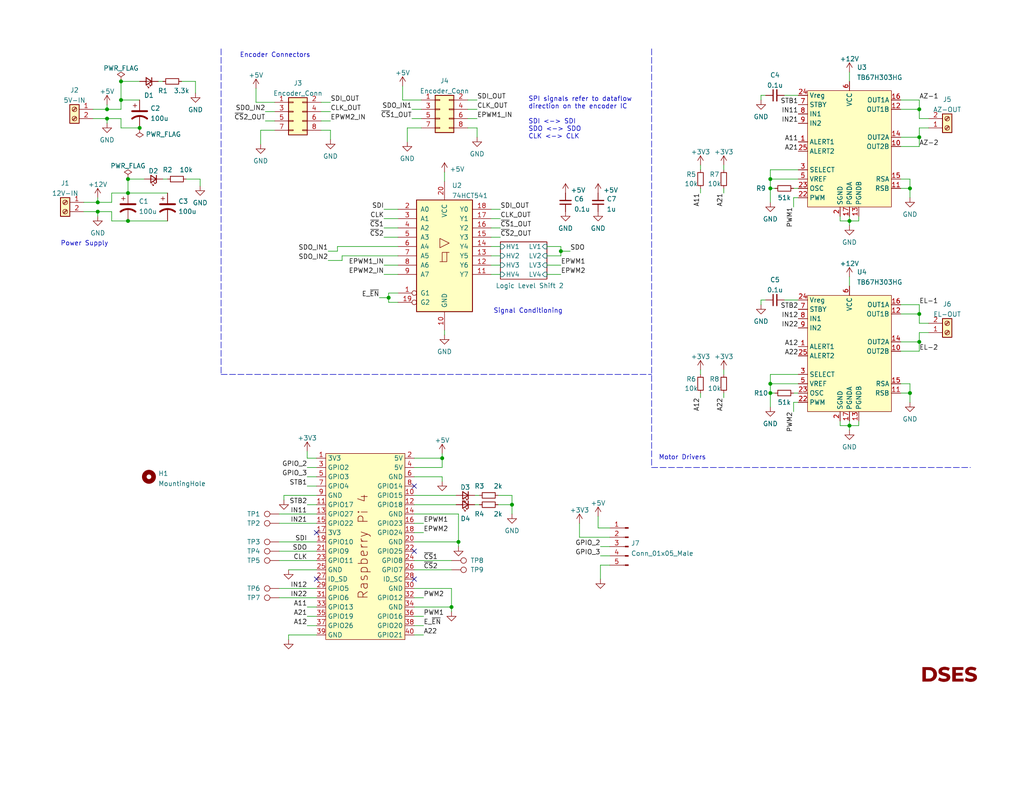
<source format=kicad_sch>
(kicad_sch (version 20211123) (generator eeschema)
  (paper "USLetter")
  (title_block (title "Interferometer Dish Controller") (date "2022-01-16") (rev "1") (company "Deep Space Exploration Society") (comment 1 "Designed by Hans Gaensbauer"))
  (lib_symbols
    (symbol "74xx:74HCT541" (pin_names (offset 1.016))
      (property "Reference" "U" (at -7.62 16.51 0))
      (property "Value" "74HCT541" (at -7.62 -16.51 0))
      (symbol "74HCT541_1_0"
        (pin input inverted (at -12.7 -10.16 0) (length 5.08) (name "G1") (number "1"))
        (pin power_in line (at 0 -20.32 90) (length 5.08) (name "GND") (number "10"))
        (pin tri_state line (at 12.7 -5.08 180) (length 5.08) (name "Y7") (number "11"))
        (pin tri_state line (at 12.7 -2.54 180) (length 5.08) (name "Y6") (number "12"))
        (pin tri_state line (at 12.7 0 180) (length 5.08) (name "Y5") (number "13"))
        (pin tri_state line (at 12.7 2.54 180) (length 5.08) (name "Y4") (number "14"))
        (pin tri_state line (at 12.7 5.08 180) (length 5.08) (name "Y3") (number "15"))
        (pin tri_state line (at 12.7 7.62 180) (length 5.08) (name "Y2") (number "16"))
        (pin tri_state line (at 12.7 10.16 180) (length 5.08) (name "Y1") (number "17"))
        (pin tri_state line (at 12.7 12.7 180) (length 5.08) (name "Y0") (number "18"))
        (pin input inverted (at -12.7 -12.7 0) (length 5.08) (name "G2") (number "19"))
        (pin input line (at -12.7 12.7 0) (length 5.08) (name "A0") (number "2"))
        (pin power_in line (at 0 20.32 270) (length 5.08) (name "VCC") (number "20"))
        (pin input line (at -12.7 10.16 0) (length 5.08) (name "A1") (number "3"))
        (pin input line (at -12.7 7.62 0) (length 5.08) (name "A2") (number "4"))
        (pin input line (at -12.7 5.08 0) (length 5.08) (name "A3") (number "5"))
        (pin input line (at -12.7 2.54 0) (length 5.08) (name "A4") (number "6"))
        (pin input line (at -12.7 0 0) (length 5.08) (name "A5") (number "7"))
        (pin input line (at -12.7 -2.54 0) (length 5.08) (name "A6") (number "8"))
        (pin input line (at -12.7 -5.08 0) (length 5.08) (name "A7") (number "9"))
      )
    )
    (symbol "Connector:Conn_01x05_Male" (pin_names (offset 1.016) hide)
      (property "Reference" "J" (at 0 7.62 0))
      (property "Value" "Conn_01x05_Male" (at 0 -7.62 0))
      (symbol "Conn_01x05_Male_1_1"
        (pin passive line (at 5.08 5.08 180) (length 3.81) (name "Pin_1") (number "1"))
        (pin passive line (at 5.08 2.54 180) (length 3.81) (name "Pin_2") (number "2"))
        (pin passive line (at 5.08 0 180) (length 3.81) (name "Pin_3") (number "3"))
        (pin passive line (at 5.08 -2.54 180) (length 3.81) (name "Pin_4") (number "4"))
        (pin passive line (at 5.08 -5.08 180) (length 3.81) (name "Pin_5") (number "5"))
      )
    )
    (symbol "Connector:Screw_Terminal_01x02" (pin_names (offset 1.016) hide)
      (property "Reference" "J" (at 0 2.54 0))
      (property "Value" "Screw_Terminal_01x02" (at 0 -5.08 0))
      (symbol "Screw_Terminal_01x02_1_1"
        (pin passive line (at -5.08 0 0) (length 3.81) (name "Pin_1") (number "1"))
        (pin passive line (at -5.08 -2.54 0) (length 3.81) (name "Pin_2") (number "2"))
      )
    )
    (symbol "Connector:TestPoint" (pin_numbers hide) (pin_names (offset 0.762) hide)
      (property "Reference" "TP" (at 0 6.858 0))
      (property "Value" "TestPoint" (at 0 5.08 0))
      (symbol "TestPoint_1_1"
        (pin passive line (at 0 0 90) (length 2.54) (name "1") (number "1"))
      )
    )
    (symbol "Connector_Generic:Conn_02x04_Odd_Even" (pin_names (offset 1.016) hide)
      (property "Reference" "J" (at 1.27 5.08 0))
      (property "Value" "Conn_02x04_Odd_Even" (at 1.27 -7.62 0))
      (symbol "Conn_02x04_Odd_Even_1_1"
        (pin passive line (at -5.08 2.54 0) (length 3.81) (name "Pin_1") (number "1"))
        (pin passive line (at 7.62 2.54 180) (length 3.81) (name "Pin_2") (number "2"))
        (pin passive line (at -5.08 0 0) (length 3.81) (name "Pin_3") (number "3"))
        (pin passive line (at 7.62 0 180) (length 3.81) (name "Pin_4") (number "4"))
        (pin passive line (at -5.08 -2.54 0) (length 3.81) (name "Pin_5") (number "5"))
        (pin passive line (at 7.62 -2.54 180) (length 3.81) (name "Pin_6") (number "6"))
        (pin passive line (at -5.08 -5.08 0) (length 3.81) (name "Pin_7") (number "7"))
        (pin passive line (at 7.62 -5.08 180) (length 3.81) (name "Pin_8") (number "8"))
      )
    )
    (symbol "Device:C_Polarized_US" (pin_numbers hide) (pin_names (offset 0.254) hide)
      (property "Reference" "C" (at 0.635 2.54 0))
      (property "Value" "C_Polarized_US" (at 0.635 -2.54 0))
      (symbol "C_Polarized_US_1_1"
        (pin passive line (at 0 3.81 270) (length 2.794) (name "~") (number "1"))
        (pin passive line (at 0 -3.81 90) (length 3.302) (name "~") (number "2"))
      )
    )
    (symbol "Device:C_Small" (pin_numbers hide) (pin_names (offset 0.254) hide)
      (property "Reference" "C" (at 0.254 1.778 0))
      (property "Value" "C_Small" (at 0.254 -2.032 0))
      (symbol "C_Small_1_1"
        (pin passive line (at 0 2.54 270) (length 2.032) (name "~") (number "1"))
        (pin passive line (at 0 -2.54 90) (length 2.032) (name "~") (number "2"))
      )
    )
    (symbol "Device:LED_Small" (pin_numbers hide) (pin_names (offset 0.254) hide)
      (property "Reference" "D" (at -1.27 3.175 0))
      (property "Value" "LED_Small" (at -4.445 -2.54 0))
      (symbol "LED_Small_1_1"
        (pin passive line (at -2.54 0 0) (length 1.778) (name "K") (number "1"))
        (pin passive line (at 2.54 0 180) (length 1.778) (name "A") (number "2"))
      )
    )
    (symbol "Device:R_Small" (pin_numbers hide) (pin_names (offset 0.254) hide)
      (property "Reference" "R" (at 0.762 0.508 0))
      (property "Value" "R_Small" (at 0.762 -1.016 0))
      (symbol "R_Small_1_1"
        (pin passive line (at 0 2.54 270) (length 0.762) (name "~") (number "1"))
        (pin passive line (at 0 -2.54 90) (length 0.762) (name "~") (number "2"))
      )
    )
    (symbol "Mechanical:MountingHole" (pin_names (offset 1.016))
      (property "Reference" "H" (at 0 5.08 0))
      (property "Value" "MountingHole" (at 0 3.175 0))
    )
    (symbol "interferometer:DSES-Logo" (pin_names (offset 1.016)))
    (symbol "interferometer:TB67H303HG"
      (property "Reference" "U" (at 11.43 -16.51 0))
      (property "Value" "TB67H303HG" (at 11.43 -16.51 0))
      (symbol "TB67H303HG_1_1"
        (pin open_collector line (at -13.97 2.54 0) (length 2.54) (name "ALERT1") (number "1"))
        (pin passive line (at 13.97 1.27 180) (length 2.54) (name "OUT2B") (number "10"))
        (pin input line (at 13.97 -10.16 180) (length 2.54) (name "RSB") (number "11"))
        (pin passive line (at 13.97 11.43 180) (length 2.54) (name "OUT1B") (number "12"))
        (pin power_in line (at 2.54 -17.78 90) (length 2.54) (name "PGNDB") (number "13"))
        (pin output line (at 13.97 3.81 180) (length 2.54) (name "OUT2A") (number "14"))
        (pin input line (at 13.97 -7.62 180) (length 2.54) (name "RSA") (number "15"))
        (pin output line (at 13.97 13.97 180) (length 2.54) (name "OUT1A") (number "16"))
        (pin power_in line (at 0 -17.78 90) (length 2.54) (name "PGNDA") (number "17"))
        (pin passive line (at -2.54 -17.78 180) (length 0) hide (name "TEST2") (number "18"))
        (pin passive line (at -2.54 -17.78 180) (length 0) hide (name "TEST3") (number "19"))
        (pin power_in line (at -2.54 -17.78 90) (length 2.54) (name "SGND") (number "2"))
        (pin power_in line (at 0 19.05 0) (length 0) hide (name "VCC") (number "20"))
        (pin passive line (at -2.54 -17.78 180) (length 0) hide (name "TEST4") (number "21"))
        (pin input line (at -13.97 -12.7 0) (length 2.54) (name "PWM") (number "22"))
        (pin input line (at -13.97 -10.16 0) (length 2.54) (name "OSC") (number "23"))
        (pin power_out line (at -13.97 15.24 0) (length 2.54) (name "Vreg") (number "24"))
        (pin open_collector line (at -13.97 0 0) (length 2.54) (name "ALERT2") (number "25"))
        (pin input line (at -13.97 -5.08 0) (length 2.54) (name "SELECT") (number "3"))
        (pin passive line (at -2.54 -17.78 180) (length 0) hide (name "TEST1") (number "4"))
        (pin input line (at -13.97 -7.62 0) (length 2.54) (name "VREF") (number "5"))
        (pin power_in line (at 0 19.05 270) (length 2.54) (name "VCC") (number "6"))
        (pin input line (at -13.97 12.7 0) (length 2.54) (name "STBY") (number "7"))
        (pin input line (at -13.97 10.16 0) (length 2.54) (name "IN1") (number "8"))
        (pin input line (at -13.97 7.62 0) (length 2.54) (name "IN2") (number "9"))
      )
    )
    (symbol "interferometer:raspberry_pi_4"
      (property "Reference" "U" (at 0 0 0))
      (symbol "raspberry_pi_4_0_0"
        (text "Raspberry Pi 4" (at 2.54 -25.4 900) (effects (font (size 2.54 2.54))))
      )
      (symbol "raspberry_pi_4_1_1"
        (pin power_out line (at -10.16 -1.27 0) (length 2.54) (name "3V3") (number "1"))
        (pin bidirectional line (at 16.51 -11.43 180) (length 2.54) (name "GPIO15") (number "10"))
        (pin bidirectional line (at -10.16 -13.97 0) (length 2.54) (name "GPIO17") (number "11"))
        (pin bidirectional line (at 16.51 -13.97 180) (length 2.54) (name "GPIO18") (number "12"))
        (pin bidirectional line (at -10.16 -16.51 0) (length 2.54) (name "GPIO27") (number "13"))
        (pin power_in line (at 16.51 -16.51 180) (length 2.54) (name "GND") (number "14"))
        (pin bidirectional line (at -10.16 -19.05 0) (length 2.54) (name "GPIO22") (number "15"))
        (pin bidirectional line (at 16.51 -19.05 180) (length 2.54) (name "GPIO23") (number "16"))
        (pin power_out line (at -10.16 -21.59 0) (length 2.54) (name "3V3") (number "17"))
        (pin bidirectional line (at 16.51 -21.59 180) (length 2.54) (name "GPIO24") (number "18"))
        (pin bidirectional line (at -10.16 -24.13 0) (length 2.54) (name "GPIO10") (number "19"))
        (pin power_in line (at 16.51 -1.27 180) (length 2.54) (name "5V") (number "2"))
        (pin power_in line (at 16.51 -24.13 180) (length 2.54) (name "GND") (number "20"))
        (pin bidirectional line (at -10.16 -26.67 0) (length 2.54) (name "GPIO9") (number "21"))
        (pin bidirectional line (at 16.51 -26.67 180) (length 2.54) (name "GPIO25") (number "22"))
        (pin bidirectional line (at -10.16 -29.21 0) (length 2.54) (name "GPIO11") (number "23"))
        (pin bidirectional line (at 16.51 -29.21 180) (length 2.54) (name "GPIO8") (number "24"))
        (pin power_in line (at -10.16 -31.75 0) (length 2.54) (name "GND") (number "25"))
        (pin bidirectional line (at 16.51 -31.75 180) (length 2.54) (name "GPIO7") (number "26"))
        (pin bidirectional line (at -10.16 -34.29 0) (length 2.54) (name "ID_SD") (number "27"))
        (pin bidirectional line (at 16.51 -34.29 180) (length 2.54) (name "ID_SC") (number "28"))
        (pin bidirectional line (at -10.16 -36.83 0) (length 2.54) (name "GPIO5") (number "29"))
        (pin bidirectional line (at -10.16 -3.81 0) (length 2.54) (name "GPIO2") (number "3"))
        (pin power_in line (at 16.51 -36.83 180) (length 2.54) (name "GND") (number "30"))
        (pin bidirectional line (at -10.16 -39.37 0) (length 2.54) (name "GPIO6") (number "31"))
        (pin bidirectional line (at 16.51 -39.37 180) (length 2.54) (name "GPIO12") (number "32"))
        (pin bidirectional line (at -10.16 -41.91 0) (length 2.54) (name "GPIO13") (number "33"))
        (pin power_in line (at 16.51 -41.91 180) (length 2.54) (name "GND") (number "34"))
        (pin bidirectional line (at -10.16 -44.45 0) (length 2.54) (name "GPIO19") (number "35"))
        (pin bidirectional line (at 16.51 -44.45 180) (length 2.54) (name "GPIO16") (number "36"))
        (pin bidirectional line (at -10.16 -46.99 0) (length 2.54) (name "GPIO26") (number "37"))
        (pin bidirectional line (at 16.51 -46.99 180) (length 2.54) (name "GPIO20") (number "38"))
        (pin power_in line (at -10.16 -49.53 0) (length 2.54) (name "GND") (number "39"))
        (pin power_in line (at 16.51 -3.81 180) (length 2.54) (name "5V") (number "4"))
        (pin bidirectional line (at 16.51 -49.53 180) (length 2.54) (name "GPIO21") (number "40"))
        (pin bidirectional line (at -10.16 -6.35 0) (length 2.54) (name "GPIO3") (number "5"))
        (pin power_in line (at 16.51 -6.35 180) (length 2.54) (name "GND") (number "6"))
        (pin bidirectional line (at -10.16 -8.89 0) (length 2.54) (name "GPIO4") (number "7"))
        (pin bidirectional line (at 16.51 -8.89 180) (length 2.54) (name "GPIO14") (number "8"))
        (pin power_in line (at -10.16 -11.43 0) (length 2.54) (name "GND") (number "9"))
      )
    )
    (symbol "power:+12V" (power) (pin_names (offset 0))
      (property "Value" "+12V" (at 0 3.556 0))
      (symbol "+12V_1_1"
        (pin power_in line (at 0 0 90) (length 0) hide (name "+12V") (number "1"))
      )
    )
    (symbol "power:+3.3V" (power) (pin_names (offset 0))
      (property "Value" "+3.3V" (at 0 3.556 0))
      (symbol "+3.3V_1_1"
        (pin power_in line (at 0 0 90) (length 0) hide (name "+3V3") (number "1"))
      )
    )
    (symbol "power:+5V" (power) (pin_names (offset 0))
      (property "Value" "+5V" (at 0 3.556 0))
      (symbol "+5V_1_1"
        (pin power_in line (at 0 0 90) (length 0) hide (name "+5V") (number "1"))
      )
    )
    (symbol "power:GND" (power) (pin_names (offset 0))
      (property "Value" "GND" (at 0 -3.81 0))
      (symbol "GND_1_1"
        (pin power_in line (at 0 0 270) (length 0) hide (name "GND") (number "1"))
      )
    )
    (symbol "power:PWR_FLAG" (power) (pin_numbers hide) (pin_names (offset 0) hide)
      (property "Value" "PWR_FLAG" (at 0 3.81 0))
      (symbol "PWR_FLAG_0_0"
        (pin power_out line (at 0 0 90) (length 0) (name "pwr") (number "1"))
      )
    )
  )
  (junction (at 125.095 147.955))
  (junction (at 26.67 57.785))
  (junction (at 29.21 32.385))
  (junction (at 106.045 81.28))
  (junction (at 33.02 22.225))
  (junction (at 123.19 165.735))
  (junction (at 139.7 137.795))
  (junction (at 248.285 51.435))
  (junction (at 250.825 29.845))
  (junction (at 120.65 125.095))
  (junction (at 26.67 55.245))
  (junction (at 210.185 51.435))
  (junction (at 210.185 104.775))
  (junction (at 34.925 60.325))
  (junction (at 29.21 29.845))
  (junction (at 34.925 52.705))
  (junction (at 248.285 107.315))
  (junction (at 33.02 27.305))
  (junction (at 250.825 85.725))
  (junction (at 34.925 48.895))
  (junction (at 250.825 37.465))
  (junction (at 231.775 116.205))
  (junction (at 153.035 68.58))
  (junction (at 38.1 34.925))
  (junction (at 210.185 48.895))
  (junction (at 210.185 107.315))
  (junction (at 231.775 60.325))
  (junction (at 250.825 93.345))
  (no_connect (at 113.03 150.495))
  (no_connect (at 113.03 158.115))
  (no_connect (at 113.03 132.715))
  (no_connect (at 86.36 158.115))
  (no_connect (at 86.36 145.415))
  (polyline (pts (xy 177.8 127.635) (xy 264.795 127.635)))
  (wire (pts (xy 250.825 27.305) (xy 250.825 29.845)))
  (wire (pts (xy 113.03 173.355) (xy 115.57 173.355)))
  (wire (pts (xy 245.745 107.315) (xy 248.285 107.315)))
  (wire (pts (xy 245.745 27.305) (xy 250.825 27.305)))
  (wire (pts (xy 76.2 153.035) (xy 86.36 153.035)))
  (wire (pts (xy 234.315 60.325) (xy 234.315 59.055)))
  (wire (pts (xy 106.045 81.28) (xy 106.045 82.55)))
  (wire (pts (xy 53.34 22.225) (xy 53.34 25.4)))
  (wire (pts (xy 33.02 32.385) (xy 29.21 32.385)))
  (wire (pts (xy 26.67 57.785) (xy 26.67 59.055)))
  (wire (pts (xy 113.03 145.415) (xy 115.57 145.415)))
  (wire (pts (xy 153.035 67.31) (xy 153.035 68.58)))
  (wire (pts (xy 25.4 32.385) (xy 29.21 32.385)))
  (wire (pts (xy 22.86 55.245) (xy 26.67 55.245)))
  (wire (pts (xy 49.53 22.225) (xy 53.34 22.225)))
  (wire (pts (xy 217.805 104.775) (xy 210.185 104.775)))
  (wire (pts (xy 25.4 29.845) (xy 29.21 29.845)))
  (wire (pts (xy 229.235 116.205) (xy 229.235 114.935)))
  (wire (pts (xy 108.585 80.01) (xy 106.045 80.01)))
  (wire (pts (xy 216.535 109.855) (xy 216.535 112.395)))
  (wire (pts (xy 250.825 34.925) (xy 250.825 37.465)))
  (wire (pts (xy 216.535 109.855) (xy 217.805 109.855)))
  (wire (pts (xy 191.135 45.085) (xy 191.135 46.355)))
  (wire (pts (xy 253.365 34.925) (xy 250.825 34.925)))
  (wire (pts (xy 26.67 55.245) (xy 30.48 55.245)))
  (wire (pts (xy 216.535 53.975) (xy 217.805 53.975)))
  (wire (pts (xy 121.285 46.99) (xy 121.285 49.53)))
  (wire (pts (xy 207.645 26.035) (xy 208.915 26.035)))
  (wire (pts (xy 250.825 83.185) (xy 250.825 85.725)))
  (wire (pts (xy 210.185 48.895) (xy 210.185 51.435)))
  (wire (pts (xy 231.775 117.475) (xy 231.775 116.205)))
  (wire (pts (xy 250.825 95.885) (xy 245.745 95.885)))
  (wire (pts (xy 104.775 57.15) (xy 108.585 57.15)))
  (wire (pts (xy 77.47 136.525) (xy 77.47 135.255)))
  (wire (pts (xy 245.745 51.435) (xy 248.285 51.435)))
  (wire (pts (xy 33.02 34.925) (xy 33.02 32.385)))
  (wire (pts (xy 93.345 69.85) (xy 108.585 69.85)))
  (wire (pts (xy 250.825 37.465) (xy 250.825 40.005)))
  (wire (pts (xy 217.805 48.895) (xy 210.185 48.895)))
  (wire (pts (xy 191.135 107.315) (xy 191.135 108.585)))
  (wire (pts (xy 253.365 90.805) (xy 250.825 90.805)))
  (wire (pts (xy 33.02 27.305) (xy 38.1 27.305)))
  (wire (pts (xy 207.645 81.915) (xy 208.915 81.915)))
  (wire (pts (xy 133.985 69.85) (xy 136.525 69.85)))
  (wire (pts (xy 250.825 29.845) (xy 250.825 32.385)))
  (wire (pts (xy 83.82 123.19) (xy 83.82 125.095)))
  (wire (pts (xy 231.775 59.055) (xy 231.775 60.325)))
  (wire (pts (xy 191.135 51.435) (xy 191.135 52.705)))
  (wire (pts (xy 163.83 149.225) (xy 166.37 149.225)))
  (wire (pts (xy 76.2 160.655) (xy 86.36 160.655)))
  (wire (pts (xy 158.115 146.685) (xy 166.37 146.685)))
  (wire (pts (xy 113.03 170.815) (xy 115.57 170.815)))
  (wire (pts (xy 106.045 80.01) (xy 106.045 81.28)))
  (wire (pts (xy 127.635 27.305) (xy 130.175 27.305)))
  (wire (pts (xy 104.775 64.77) (xy 108.585 64.77)))
  (wire (pts (xy 135.89 135.255) (xy 139.7 135.255)))
  (wire (pts (xy 22.86 57.785) (xy 26.67 57.785)))
  (wire (pts (xy 26.67 55.245) (xy 26.67 53.975)))
  (wire (pts (xy 26.67 57.785) (xy 30.48 57.785)))
  (wire (pts (xy 158.115 142.875) (xy 158.115 146.685)))
  (wire (pts (xy 30.48 52.705) (xy 34.925 52.705)))
  (wire (pts (xy 109.855 23.495) (xy 109.855 27.305)))
  (wire (pts (xy 231.775 19.685) (xy 231.775 22.225)))
  (wire (pts (xy 248.285 51.435) (xy 248.285 48.895)))
  (wire (pts (xy 78.74 173.355) (xy 86.36 173.355)))
  (wire (pts (xy 210.185 51.435) (xy 211.455 51.435)))
  (wire (pts (xy 229.235 60.325) (xy 229.235 59.055)))
  (wire (pts (xy 78.74 174.625) (xy 78.74 173.355)))
  (wire (pts (xy 34.925 60.325) (xy 45.72 60.325)))
  (polyline (pts (xy 177.8 13.335) (xy 177.8 127.635)))
  (wire (pts (xy 50.8 48.895) (xy 54.61 48.895)))
  (wire (pts (xy 210.185 107.315) (xy 211.455 107.315)))
  (wire (pts (xy 245.745 83.185) (xy 250.825 83.185)))
  (wire (pts (xy 111.125 34.925) (xy 114.935 34.925)))
  (wire (pts (xy 207.645 83.185) (xy 207.645 81.915)))
  (wire (pts (xy 197.485 51.435) (xy 197.485 52.705)))
  (wire (pts (xy 133.985 57.15) (xy 136.525 57.15)))
  (wire (pts (xy 127.635 32.385) (xy 130.175 32.385)))
  (wire (pts (xy 250.825 85.725) (xy 250.825 88.265)))
  (wire (pts (xy 127.635 34.925) (xy 130.175 34.925)))
  (wire (pts (xy 112.395 32.385) (xy 114.935 32.385)))
  (wire (pts (xy 113.03 125.095) (xy 120.65 125.095)))
  (wire (pts (xy 87.63 27.94) (xy 90.17 27.94)))
  (wire (pts (xy 231.775 114.935) (xy 231.775 116.205)))
  (wire (pts (xy 83.82 137.795) (xy 86.36 137.795)))
  (wire (pts (xy 34.925 52.705) (xy 45.72 52.705)))
  (wire (pts (xy 216.535 51.435) (xy 217.805 51.435)))
  (wire (pts (xy 72.39 33.02) (xy 74.93 33.02)))
  (wire (pts (xy 250.825 93.345) (xy 250.825 95.885)))
  (wire (pts (xy 113.03 130.175) (xy 120.65 130.175)))
  (wire (pts (xy 33.02 29.845) (xy 33.02 27.305)))
  (wire (pts (xy 30.48 52.705) (xy 30.48 55.245)))
  (wire (pts (xy 103.505 81.28) (xy 106.045 81.28)))
  (wire (pts (xy 30.48 57.785) (xy 30.48 60.325)))
  (wire (pts (xy 38.1 22.225) (xy 33.02 22.225)))
  (wire (pts (xy 216.535 53.975) (xy 216.535 56.515)))
  (wire (pts (xy 29.21 29.845) (xy 29.21 28.575)))
  (wire (pts (xy 210.185 51.435) (xy 210.185 55.245)))
  (wire (pts (xy 216.535 107.315) (xy 217.805 107.315)))
  (wire (pts (xy 71.12 35.56) (xy 74.93 35.56)))
  (wire (pts (xy 104.775 59.69) (xy 108.585 59.69)))
  (wire (pts (xy 72.39 30.48) (xy 74.93 30.48)))
  (wire (pts (xy 231.775 75.565) (xy 231.775 78.105)))
  (wire (pts (xy 197.485 100.965) (xy 197.485 102.235)))
  (wire (pts (xy 69.85 24.13) (xy 69.85 27.94)))
  (wire (pts (xy 113.03 168.275) (xy 115.57 168.275)))
  (wire (pts (xy 248.285 53.975) (xy 248.285 51.435)))
  (wire (pts (xy 93.345 69.85) (xy 93.345 71.12)))
  (wire (pts (xy 120.65 127.635) (xy 113.03 127.635)))
  (wire (pts (xy 87.63 35.56) (xy 90.17 35.56)))
  (wire (pts (xy 123.19 160.655) (xy 123.19 165.735)))
  (wire (pts (xy 113.03 163.195) (xy 115.57 163.195)))
  (wire (pts (xy 112.395 29.845) (xy 114.935 29.845)))
  (wire (pts (xy 153.035 68.58) (xy 153.035 69.85)))
  (wire (pts (xy 197.485 107.315) (xy 197.485 108.585)))
  (wire (pts (xy 125.095 140.335) (xy 125.095 147.955)))
  (wire (pts (xy 113.03 153.035) (xy 123.19 153.035)))
  (wire (pts (xy 191.135 100.965) (xy 191.135 102.235)))
  (wire (pts (xy 109.855 27.305) (xy 114.935 27.305)))
  (wire (pts (xy 248.285 48.895) (xy 245.745 48.895)))
  (wire (pts (xy 231.775 60.325) (xy 229.235 60.325)))
  (wire (pts (xy 139.7 135.255) (xy 139.7 137.795)))
  (wire (pts (xy 106.045 82.55) (xy 108.585 82.55)))
  (wire (pts (xy 113.03 135.255) (xy 124.46 135.255)))
  (wire (pts (xy 83.82 127.635) (xy 86.36 127.635)))
  (wire (pts (xy 245.745 85.725) (xy 250.825 85.725)))
  (wire (pts (xy 149.225 67.31) (xy 153.035 67.31)))
  (wire (pts (xy 250.825 32.385) (xy 253.365 32.385)))
  (wire (pts (xy 92.075 67.31) (xy 108.585 67.31)))
  (wire (pts (xy 149.225 74.93) (xy 153.035 74.93)))
  (wire (pts (xy 210.185 104.775) (xy 210.185 107.315)))
  (wire (pts (xy 69.85 27.94) (xy 74.93 27.94)))
  (wire (pts (xy 104.775 62.23) (xy 108.585 62.23)))
  (wire (pts (xy 104.775 72.39) (xy 108.585 72.39)))
  (wire (pts (xy 113.03 137.795) (xy 124.46 137.795)))
  (wire (pts (xy 149.225 72.39) (xy 153.035 72.39)))
  (wire (pts (xy 133.985 72.39) (xy 136.525 72.39)))
  (wire (pts (xy 129.54 135.255) (xy 130.81 135.255)))
  (wire (pts (xy 210.185 107.315) (xy 210.185 111.125)))
  (wire (pts (xy 210.185 102.235) (xy 210.185 104.775)))
  (wire (pts (xy 129.54 137.795) (xy 130.81 137.795)))
  (wire (pts (xy 76.2 147.955) (xy 86.36 147.955)))
  (wire (pts (xy 71.12 39.37) (xy 71.12 35.56)))
  (wire (pts (xy 250.825 40.005) (xy 245.745 40.005)))
  (wire (pts (xy 104.775 74.93) (xy 108.585 74.93)))
  (wire (pts (xy 245.745 29.845) (xy 250.825 29.845)))
  (wire (pts (xy 83.82 168.275) (xy 86.36 168.275)))
  (wire (pts (xy 83.82 165.735) (xy 86.36 165.735)))
  (wire (pts (xy 83.82 132.715) (xy 86.36 132.715)))
  (wire (pts (xy 231.775 61.595) (xy 231.775 60.325)))
  (wire (pts (xy 113.03 142.875) (xy 115.57 142.875)))
  (wire (pts (xy 245.745 93.345) (xy 250.825 93.345)))
  (wire (pts (xy 120.65 123.825) (xy 120.65 125.095)))
  (wire (pts (xy 77.47 135.255) (xy 86.36 135.255)))
  (wire (pts (xy 163.83 158.115) (xy 163.83 154.305)))
  (wire (pts (xy 197.485 45.085) (xy 197.485 46.355)))
  (wire (pts (xy 30.48 60.325) (xy 34.925 60.325)))
  (wire (pts (xy 133.985 62.23) (xy 136.525 62.23)))
  (wire (pts (xy 133.985 74.93) (xy 136.525 74.93)))
  (wire (pts (xy 130.175 34.925) (xy 130.175 37.465)))
  (wire (pts (xy 34.925 48.895) (xy 34.925 52.705)))
  (wire (pts (xy 248.285 109.855) (xy 248.285 107.315)))
  (wire (pts (xy 163.195 140.97) (xy 163.195 144.145)))
  (wire (pts (xy 87.63 30.48) (xy 90.17 30.48)))
  (wire (pts (xy 213.995 26.035) (xy 217.805 26.035)))
  (wire (pts (xy 133.985 67.31) (xy 136.525 67.31)))
  (wire (pts (xy 149.225 69.85) (xy 153.035 69.85)))
  (wire (pts (xy 90.17 35.56) (xy 90.17 38.1)))
  (wire (pts (xy 248.285 104.775) (xy 245.745 104.775)))
  (wire (pts (xy 217.805 46.355) (xy 210.185 46.355)))
  (wire (pts (xy 89.535 71.12) (xy 93.345 71.12)))
  (wire (pts (xy 210.185 46.355) (xy 210.185 48.895)))
  (wire (pts (xy 231.775 60.325) (xy 234.315 60.325)))
  (wire (pts (xy 38.1 34.925) (xy 33.02 34.925)))
  (wire (pts (xy 120.65 130.175) (xy 120.65 131.445)))
  (wire (pts (xy 163.83 151.765) (xy 166.37 151.765)))
  (wire (pts (xy 163.195 144.145) (xy 166.37 144.145)))
  (wire (pts (xy 29.21 32.385) (xy 29.21 33.655)))
  (wire (pts (xy 248.285 107.315) (xy 248.285 104.775)))
  (wire (pts (xy 113.03 160.655) (xy 123.19 160.655)))
  (wire (pts (xy 127.635 29.845) (xy 130.175 29.845)))
  (wire (pts (xy 133.985 64.77) (xy 136.525 64.77)))
  (wire (pts (xy 113.03 147.955) (xy 125.095 147.955)))
  (polyline (pts (xy 60.325 13.335) (xy 60.325 102.235)))
  (wire (pts (xy 54.61 48.895) (xy 54.61 50.8)))
  (wire (pts (xy 78.74 155.575) (xy 86.36 155.575)))
  (wire (pts (xy 133.985 59.69) (xy 136.525 59.69)))
  (wire (pts (xy 250.825 88.265) (xy 253.365 88.265)))
  (wire (pts (xy 250.825 90.805) (xy 250.825 93.345)))
  (wire (pts (xy 113.03 155.575) (xy 123.19 155.575)))
  (wire (pts (xy 163.83 154.305) (xy 166.37 154.305)))
  (wire (pts (xy 83.82 130.175) (xy 86.36 130.175)))
  (wire (pts (xy 231.775 116.205) (xy 234.315 116.205)))
  (wire (pts (xy 83.82 170.815) (xy 86.36 170.815)))
  (wire (pts (xy 245.745 37.465) (xy 250.825 37.465)))
  (wire (pts (xy 217.805 102.235) (xy 210.185 102.235)))
  (wire (pts (xy 92.075 68.58) (xy 92.075 67.31)))
  (wire (pts (xy 83.82 125.095) (xy 86.36 125.095)))
  (wire (pts (xy 125.095 149.225) (xy 125.095 147.955)))
  (wire (pts (xy 153.035 68.58) (xy 155.575 68.58)))
  (wire (pts (xy 29.21 29.845) (xy 33.02 29.845)))
  (wire (pts (xy 207.645 27.305) (xy 207.645 26.035)))
  (wire (pts (xy 234.315 116.205) (xy 234.315 114.935)))
  (wire (pts (xy 123.19 167.005) (xy 123.19 165.735)))
  (wire (pts (xy 44.45 48.895) (xy 45.72 48.895)))
  (wire (pts (xy 135.89 137.795) (xy 139.7 137.795)))
  (wire (pts (xy 113.03 140.335) (xy 125.095 140.335)))
  (wire (pts (xy 39.37 48.895) (xy 34.925 48.895)))
  (wire (pts (xy 33.02 22.225) (xy 33.02 27.305)))
  (wire (pts (xy 76.2 150.495) (xy 86.36 150.495)))
  (wire (pts (xy 120.65 125.095) (xy 120.65 127.635)))
  (wire (pts (xy 111.125 38.735) (xy 111.125 34.925)))
  (wire (pts (xy 43.18 22.225) (xy 44.45 22.225)))
  (wire (pts (xy 76.2 142.875) (xy 86.36 142.875)))
  (wire (pts (xy 113.03 165.735) (xy 123.19 165.735)))
  (wire (pts (xy 76.2 163.195) (xy 86.36 163.195)))
  (wire (pts (xy 139.7 137.795) (xy 139.7 140.335)))
  (wire (pts (xy 231.775 116.205) (xy 229.235 116.205)))
  (polyline (pts (xy 60.325 102.235) (xy 177.8 102.235)))
  (wire (pts (xy 87.63 33.02) (xy 90.17 33.02)))
  (wire (pts (xy 213.995 81.915) (xy 217.805 81.915)))
  (wire (pts (xy 121.285 90.17) (xy 121.285 91.44)))
  (wire (pts (xy 76.2 140.335) (xy 86.36 140.335)))
  (wire (pts (xy 89.535 68.58) (xy 92.075 68.58)))
  (text "Encoder Connectors" (at 65.405 15.875 0) (effects (font (size 1.27 1.27)) (justify left bottom)))
  (text "Signal Conditioning" (at 134.62 85.725 0) (effects (font (size 1.27 1.27)) (justify left bottom)))
  (text "Power Supply" (at 16.51 67.31 0) (effects (font (size 1.27 1.27)) (justify left bottom)))
  (text "Motor Drivers" (at 179.705 125.73 0) (effects (font (size 1.27 1.27)) (justify left bottom)))
  (text "SPI signals refer to dataflow\ndirection on the encoder IC\n\nSDI <-> SDI\nSDO <-> SDO\nCLK <-> CLK" (at 144.145 38.1 0) (effects (font (size 1.27 1.27)) (justify left bottom)))
  (label "EPWM1" (at 153.035 72.39 0))
  (label "A21" (at 197.485 52.705 270))
  (label "PWM1" (at 115.57 168.275 0))
  (label "STB2" (at 83.82 137.795 180))
  (label "~{CS}1" (at 104.775 62.23 180))
  (label "CLK_OUT" (at 136.525 59.69 0))
  (label "SDI" (at 83.82 147.955 180))
  (label "~{CS}1" (at 115.57 153.035 0))
  (label "E_~{EN}" (at 103.505 81.28 180))
  (label "A11" (at 191.135 52.705 270))
  (label "IN12" (at 217.805 86.995 180))
  (label "IN21" (at 217.805 33.655 180))
  (label "CLK_OUT" (at 90.17 30.48 0))
  (label "EPWM2_IN" (at 90.17 33.02 0))
  (label "PWM2" (at 115.57 163.195 0))
  (label "SDI_OUT" (at 130.175 27.305 0))
  (label "~{CS}2_OUT" (at 72.39 33.02 180))
  (label "AZ-2" (at 250.825 40.005 0))
  (label "CLK" (at 104.775 59.69 180))
  (label "~{CS}1_OUT" (at 136.525 62.23 0))
  (label "IN11" (at 217.805 31.115 180))
  (label "IN21" (at 83.82 142.875 180))
  (label "GPIO_2" (at 163.83 149.225 180))
  (label "PWM1" (at 216.535 56.515 270))
  (label "GPIO_2" (at 83.82 127.635 180))
  (label "E_~{EN}" (at 115.57 170.815 0))
  (label "IN12" (at 83.82 160.655 180))
  (label "A21" (at 217.805 41.275 180))
  (label "SDI_OUT" (at 90.17 27.94 0))
  (label "A22" (at 217.805 97.155 180))
  (label "IN11" (at 83.82 140.335 180))
  (label "AZ-1" (at 250.825 27.305 0))
  (label "SDO_IN1" (at 112.395 29.845 180))
  (label "~{CS}2" (at 115.57 155.575 0))
  (label "A22" (at 115.57 173.355 0))
  (label "STB2" (at 217.805 84.455 180))
  (label "EPWM1_IN" (at 104.775 72.39 180))
  (label "GPIO_3" (at 163.83 151.765 180))
  (label "EPWM1" (at 115.57 142.875 0))
  (label "A22" (at 197.485 108.585 270))
  (label "A12" (at 191.135 108.585 270))
  (label "SDO" (at 155.575 68.58 0))
  (label "SDO_IN2" (at 72.39 30.48 180))
  (label "SDI" (at 104.775 57.15 180))
  (label "EPWM2" (at 115.57 145.415 0))
  (label "IN22" (at 83.82 163.195 180))
  (label "SDO" (at 83.82 150.495 180))
  (label "A21" (at 83.82 168.275 180))
  (label "EL-1" (at 250.825 83.185 0))
  (label "A11" (at 217.805 38.735 180))
  (label "A12" (at 83.82 170.815 180))
  (label "~{CS}1_OUT" (at 112.395 32.385 180))
  (label "EPWM1_IN" (at 130.175 32.385 0))
  (label "EL-2" (at 250.825 95.885 0))
  (label "EPWM2" (at 153.035 74.93 0))
  (label "~{CS}2" (at 104.775 64.77 180))
  (label "SDI_OUT" (at 136.525 57.15 0))
  (label "STB1" (at 217.805 28.575 180))
  (label "STB1" (at 83.82 132.715 180))
  (label "PWM2" (at 216.535 112.395 270))
  (label "~{CS}2_OUT" (at 136.525 64.77 0))
  (label "CLK" (at 83.82 153.035 180))
  (label "GPIO_3" (at 83.82 130.175 180))
  (label "EPWM2_IN" (at 104.775 74.93 180))
  (label "SDO_IN2" (at 89.535 71.12 180))
  (label "IN22" (at 217.805 89.535 180))
  (label "CLK_OUT" (at 130.175 29.845 0))
  (label "A12" (at 217.805 94.615 180))
  (label "A11" (at 83.82 165.735 180))
  (label "SDO_IN1" (at 89.535 68.58 180))
  (symbol (lib_id "Device:R_Small") (at 213.995 51.435 90) (unit 1)
    (property "Reference" "R9" (at 207.645 51.435 90))
    (property "Value" "51k" (at 213.995 53.975 90))
    (property "Footprint" "Resistor_SMD:R_0603_1608Metric" (effects hide))
  )
  (symbol (lib_id "Device:R_Small") (at 48.26 48.895 90) (unit 1)
    (property "Reference" "R2" (at 45.72 46.355 90))
    (property "Value" "10k" (at 50.8 46.355 90))
    (property "Footprint" "Resistor_SMD:R_0603_1608Metric" (effects hide))
  )
  (symbol (lib_id "power:GND") (at 121.285 91.44 0) (unit 1)
    (property "Reference" "#PWR0119" (effects hide))
    (property "Value" "GND" (at 121.285 96.0025 0))
  )
  (symbol (lib_id "power:GND") (at 120.65 131.445 0) (mirror y) (unit 1)
    (property "Reference" "#PWR0115" (effects hide))
    (property "Value" "GND" (effects hide))
  )
  (symbol (lib_id "Connector:TestPoint") (at 76.2 140.335 90) (unit 1)
    (property "Reference" "TP1" (at 69.215 140.335 90))
    (property "Value" "TestPoint" (effects hide))
    (property "Footprint" "TestPoint:TestPoint_Bridge_Pitch2.54mm_Drill1.0mm" (effects hide))
  )
  (symbol (lib_id "power:PWR_FLAG") (at 33.02 22.225 0) (unit 1)
    (property "Reference" "#FLG0101" (effects hide))
    (property "Value" "PWR_FLAG" (at 33.02 18.6205 0))
  )
  (symbol (lib_id "Connector:Screw_Terminal_01x02") (at 258.445 90.805 0) (mirror x) (unit 1)
    (property "Reference" "J6" (at 258.445 83.0285 0))
    (property "Value" "EL-OUT" (at 258.445 85.8036 0))
    (property "Footprint" "TerminalBlock_Phoenix:TerminalBlock_Phoenix_MKDS-3-2-5.08_1x02_P5.08mm_Horizontal" (effects hide))
  )
  (symbol (lib_id "Device:LED_Small") (at 41.91 48.895 180) (unit 1)
    (property "Reference" "D2" (at 41.8465 46.6875 0))
    (property "Value" "LED_Small" (effects hide))
    (property "Footprint" "LED_SMD:LED_0805_2012Metric" (effects hide))
  )
  (symbol (lib_id "Connector:TestPoint") (at 76.2 147.955 90) (unit 1)
    (property "Reference" "TP3" (at 69.215 147.955 90))
    (property "Value" "TestPoint" (effects hide))
    (property "Footprint" "TestPoint:TestPoint_Bridge_Pitch2.54mm_Drill1.0mm" (effects hide))
  )
  (symbol (lib_id "power:GND") (at 130.175 37.465 0) (unit 1)
    (property "Reference" "#PWR0109" (effects hide))
    (property "Value" "GND" (at 130.175 42.0275 0))
  )
  (symbol (lib_id "Connector:Screw_Terminal_01x02") (at 17.78 55.245 0) (mirror y) (unit 1)
    (property "Reference" "J1" (at 17.78 50.0085 0))
    (property "Value" "12V-IN" (at 17.78 52.7836 0))
    (property "Footprint" "TerminalBlock_Phoenix:TerminalBlock_Phoenix_MKDS-3-2-5.08_1x02_P5.08mm_Horizontal" (effects hide))
  )
  (symbol (lib_id "Device:C_Polarized_US") (at 38.1 31.115 0) (unit 1)
    (property "Reference" "C2" (at 41.021 29.5715 0) (effects (justify left)))
    (property "Value" "100u" (at 41.021 32.3466 0) (effects (justify left)))
    (property "Footprint" "Capacitor_THT:CP_Radial_D8.0mm_P3.50mm" (effects hide))
  )
  (symbol (lib_id "Connector:TestPoint") (at 76.2 142.875 90) (unit 1)
    (property "Reference" "TP2" (at 69.215 142.875 90))
    (property "Value" "TestPoint" (effects hide))
    (property "Footprint" "TestPoint:TestPoint_Bridge_Pitch2.54mm_Drill1.0mm" (effects hide))
  )
  (symbol (lib_id "power:+12V") (at 231.775 19.685 0) (unit 1)
    (property "Reference" "#PWR0128" (effects hide))
    (property "Value" "+12V" (at 231.775 16.0805 0))
  )
  (symbol (lib_id "Connector_Generic:Conn_02x04_Odd_Even") (at 80.01 30.48 0) (unit 1)
    (property "Reference" "J3" (at 81.28 22.7035 0))
    (property "Value" "Encoder_Conn" (at 81.28 25.4786 0))
    (property "Footprint" "Connector_Molex:Molex_Micro-Fit_3.0_43045-0812_2x04_P3.00mm_Vertical" (effects hide))
  )
  (symbol (lib_id "power:+3.3V") (at 158.115 142.875 0) (unit 1)
    (property "Reference" "#PWR01" (effects hide))
    (property "Value" "+3.3V" (at 158.115 139.2705 0))
  )
  (symbol (lib_id "power:+3.3V") (at 197.485 100.965 0) (unit 1)
    (property "Reference" "#PWR0133" (effects hide))
    (property "Value" "+3.3V" (at 197.485 97.3605 0))
  )
  (symbol (lib_id "Device:C_Polarized_US") (at 45.72 56.515 0) (unit 1)
    (property "Reference" "C3" (at 48.641 54.9715 0) (effects (justify left)))
    (property "Value" "100u" (at 48.641 57.7466 0) (effects (justify left)))
    (property "Footprint" "Capacitor_THT:CP_Radial_D8.0mm_P3.50mm" (effects hide))
  )
  (symbol (lib_id "power:GND") (at 123.19 167.005 0) (unit 1)
    (property "Reference" "#PWR0113" (effects hide))
    (property "Value" "GND" (effects hide))
  )
  (symbol (lib_id "power:GND") (at 78.74 155.575 0) (unit 1)
    (property "Reference" "#PWR0111" (effects hide))
    (property "Value" "GND" (effects hide))
  )
  (symbol (lib_id "Device:LED_Small") (at 127 135.255 180) (unit 1)
    (property "Reference" "D3" (at 126.9365 133.0475 0))
    (property "Value" "LED_Small" (effects hide))
    (property "Footprint" "LED_SMD:LED_0805_2012Metric" (effects hide))
  )
  (symbol (lib_id "Device:R_Small") (at 197.485 104.775 180) (unit 1)
    (property "Reference" "R8" (at 194.945 103.505 0))
    (property "Value" "10k" (at 194.945 106.045 0))
    (property "Footprint" "Resistor_SMD:R_0603_1608Metric" (effects hide))
  )
  (symbol (lib_id "Device:R_Small") (at 213.995 107.315 90) (unit 1)
    (property "Reference" "R10" (at 207.645 107.315 90))
    (property "Value" "51k" (at 213.995 109.855 90))
    (property "Footprint" "Resistor_SMD:R_0603_1608Metric" (effects hide))
  )
  (symbol (lib_id "power:GND") (at 71.12 39.37 0) (unit 1)
    (property "Reference" "#PWR0117" (effects hide))
    (property "Value" "GND" (at 71.12 43.9325 0))
  )
  (symbol (lib_id "Device:LED_Small") (at 40.64 22.225 180) (unit 1)
    (property "Reference" "D1" (at 40.64 26.035 0))
    (property "Value" "LED_Small" (effects hide))
    (property "Footprint" "LED_SMD:LED_0805_2012Metric" (effects hide))
  )
  (symbol (lib_id "power:GND") (at 111.125 38.735 0) (unit 1)
    (property "Reference" "#PWR0107" (effects hide))
    (property "Value" "GND" (at 111.125 43.2975 0))
  )
  (symbol (lib_id "Device:R_Small") (at 46.99 22.225 270) (unit 1)
    (property "Reference" "R1" (at 44.45 24.765 90))
    (property "Value" "3.3k" (at 49.53 24.765 90))
    (property "Footprint" "Resistor_SMD:R_0603_1608Metric" (effects hide))
  )
  (symbol (lib_id "power:PWR_FLAG") (at 34.925 48.895 0) (unit 1)
    (property "Reference" "#FLG0102" (effects hide))
    (property "Value" "PWR_FLAG" (at 34.925 45.2905 0))
  )
  (symbol (lib_id "power:GND") (at 78.74 174.625 0) (unit 1)
    (property "Reference" "#PWR0112" (effects hide))
    (property "Value" "GND" (effects hide))
  )
  (symbol (lib_id "Device:C_Small") (at 163.195 55.245 180) (unit 1)
    (property "Reference" "C7" (at 165.5191 54.3301 0) (effects (justify right)))
    (property "Value" "1u" (at 165.5191 57.1052 0) (effects (justify right)))
    (property "Footprint" "Capacitor_SMD:C_0805_2012Metric" (effects hide))
  )
  (symbol (lib_id "power:GND") (at 210.185 55.245 0) (unit 1)
    (property "Reference" "#PWR0125" (effects hide))
    (property "Value" "GND" (at 210.185 59.8075 0))
  )
  (symbol (lib_id "Connector:TestPoint") (at 76.2 160.655 90) (unit 1)
    (property "Reference" "TP6" (at 69.215 160.655 90))
    (property "Value" "TestPoint" (effects hide))
    (property "Footprint" "TestPoint:TestPoint_Bridge_Pitch2.54mm_Drill1.0mm" (effects hide))
  )
  (symbol (lib_id "Connector_Generic:Conn_02x04_Odd_Even") (at 120.015 29.845 0) (unit 1)
    (property "Reference" "J4" (at 121.285 22.0685 0))
    (property "Value" "Encoder_Conn" (at 121.285 24.8436 0))
    (property "Footprint" "Connector_Molex:Molex_Micro-Fit_3.0_43045-0812_2x04_P3.00mm_Vertical" (effects hide))
  )
  (symbol (lib_id "Connector:TestPoint") (at 123.19 153.035 270) (unit 1)
    (property "Reference" "TP8" (at 130.175 153.035 90))
    (property "Value" "TestPoint" (effects hide))
    (property "Footprint" "TestPoint:TestPoint_Bridge_Pitch2.54mm_Drill1.0mm" (effects hide))
  )
  (symbol (lib_id "power:+12V") (at 26.67 53.975 0) (unit 1)
    (property "Reference" "#PWR0122" (effects hide))
    (property "Value" "+12V" (at 26.67 50.3705 0))
  )
  (symbol (lib_id "power:GND") (at 125.095 149.225 0) (mirror y) (unit 1)
    (property "Reference" "#PWR0116" (effects hide))
    (property "Value" "GND" (effects hide))
  )
  (symbol (lib_id "power:PWR_FLAG") (at 38.1 34.925 180) (unit 1)
    (property "Reference" "#FLG0103" (effects hide))
    (property "Value" "PWR_FLAG" (at 39.751 36.674 0) (effects (justify right)))
  )
  (symbol (lib_id "power:+5V") (at 120.65 123.825 0) (unit 1)
    (property "Reference" "#PWR0120" (effects hide))
    (property "Value" "+5V" (at 120.65 120.2205 0))
  )
  (symbol (lib_id "Device:LED_Small") (at 127 137.795 180) (unit 1)
    (property "Reference" "D4" (at 127 141.605 0))
    (property "Value" "LED_Small" (effects hide))
    (property "Footprint" "LED_SMD:LED_0805_2012Metric" (effects hide))
  )
  (symbol (lib_id "power:+5V") (at 29.21 28.575 0) (unit 1)
    (property "Reference" "#PWR0101" (effects hide))
    (property "Value" "+5V" (at 29.21 24.9705 0))
  )
  (symbol (lib_id "Mechanical:MountingHole") (at 40.64 130.175 0) (unit 1)
    (property "Reference" "H1" (at 43.18 129.2665 0) (effects (justify left)))
    (property "Value" "MountingHole" (at 43.18 132.0416 0) (effects (justify left)))
    (property "Footprint" "MountingHole:MountingHole_3.2mm_M3" (effects hide))
  )
  (symbol (lib_id "power:GND") (at 231.775 61.595 0) (unit 1)
    (property "Reference" "#PWR0129" (effects hide))
    (property "Value" "GND" (at 231.775 66.1575 0))
  )
  (symbol (lib_id "power:+3.3V") (at 191.135 45.085 0) (unit 1)
    (property "Reference" "#PWR0124" (effects hide))
    (property "Value" "+3.3V" (at 191.135 41.4805 0))
  )
  (symbol (lib_id "power:+5V") (at 163.195 140.97 0) (unit 1)
    (property "Reference" "#PWR02" (effects hide))
    (property "Value" "+5V" (at 163.195 137.3655 0))
  )
  (symbol (lib_id "Connector:TestPoint") (at 76.2 150.495 90) (unit 1)
    (property "Reference" "TP4" (at 69.215 150.495 90))
    (property "Value" "TestPoint" (effects hide))
    (property "Footprint" "TestPoint:TestPoint_Bridge_Pitch2.54mm_Drill1.0mm" (effects hide))
  )
  (symbol (lib_id "power:+3.3V") (at 197.485 45.085 0) (unit 1)
    (property "Reference" "#PWR0123" (effects hide))
    (property "Value" "+3.3V" (at 197.485 41.4805 0))
  )
  (symbol (lib_id "power:+5V") (at 69.85 24.13 0) (unit 1)
    (property "Reference" "#PWR0118" (effects hide))
    (property "Value" "+5V" (at 69.85 20.5255 0))
  )
  (symbol (lib_id "Connector:Screw_Terminal_01x02") (at 20.32 29.845 0) (mirror y) (unit 1)
    (property "Reference" "J2" (at 20.32 24.6085 0))
    (property "Value" "5V-IN" (at 20.32 27.3836 0))
    (property "Footprint" "TerminalBlock_Phoenix:TerminalBlock_Phoenix_MKDS-3-2-5.08_1x02_P5.08mm_Horizontal" (effects hide))
  )
  (symbol (lib_id "power:GND") (at 207.645 83.185 0) (unit 1)
    (property "Reference" "#PWR0136" (effects hide))
    (property "Value" "GND" (at 207.645 87.7475 0))
  )
  (symbol (lib_id "power:GND") (at 248.285 53.975 0) (unit 1)
    (property "Reference" "#PWR0131" (effects hide))
    (property "Value" "GND" (at 248.285 58.5375 0))
  )
  (symbol (lib_id "power:GND") (at 29.21 33.655 0) (unit 1)
    (property "Reference" "#PWR0102" (effects hide))
    (property "Value" "GND" (at 29.21 38.2175 0))
  )
  (symbol (lib_id "power:GND") (at 163.83 158.115 0) (unit 1)
    (property "Reference" "#PWR03" (effects hide))
    (property "Value" "GND" (effects hide))
  )
  (symbol (lib_id "Connector:TestPoint") (at 76.2 153.035 90) (unit 1)
    (property "Reference" "TP5" (at 69.215 153.035 90))
    (property "Value" "TestPoint" (effects hide))
    (property "Footprint" "TestPoint:TestPoint_Bridge_Pitch2.54mm_Drill1.0mm" (effects hide))
  )
  (symbol (lib_id "Device:C_Small") (at 211.455 26.035 90) (unit 1)
    (property "Reference" "C4" (at 211.4613 20.5064 90))
    (property "Value" "0.1u" (at 211.4613 23.2815 90))
    (property "Footprint" "Capacitor_SMD:C_1206_3216Metric" (effects hide))
  )
  (symbol (lib_id "Connector:TestPoint") (at 76.2 163.195 90) (unit 1)
    (property "Reference" "TP7" (at 69.215 163.195 90))
    (property "Value" "TestPoint" (effects hide))
    (property "Footprint" "TestPoint:TestPoint_Bridge_Pitch2.54mm_Drill1.0mm" (effects hide))
  )
  (symbol (lib_id "power:GND") (at 231.775 117.475 0) (unit 1)
    (property "Reference" "#PWR0126" (effects hide))
    (property "Value" "GND" (at 231.775 122.0375 0))
  )
  (symbol (lib_id "Device:C_Polarized_US") (at 34.925 56.515 0) (unit 1)
    (property "Reference" "C1" (at 37.846 54.9715 0) (effects (justify left)))
    (property "Value" "100u" (at 37.846 57.7466 0) (effects (justify left)))
    (property "Footprint" "Capacitor_THT:CP_Radial_D8.0mm_P3.50mm" (effects hide))
  )
  (symbol (lib_id "Connector:Screw_Terminal_01x02") (at 258.445 34.925 0) (mirror x) (unit 1)
    (property "Reference" "J5" (at 258.445 27.1485 0))
    (property "Value" "AZ-OUT" (at 258.445 29.9236 0))
    (property "Footprint" "TerminalBlock_Phoenix:TerminalBlock_Phoenix_MKDS-3-2-5.08_1x02_P5.08mm_Horizontal" (effects hide))
  )
  (symbol (lib_id "power:GND") (at 210.185 111.125 0) (unit 1)
    (property "Reference" "#PWR0132" (effects hide))
    (property "Value" "GND" (at 210.185 115.6875 0))
  )
  (symbol (lib_id "power:GND") (at 139.7 140.335 0) (unit 1)
    (property "Reference" "#PWR0114" (effects hide))
    (property "Value" "GND" (at 139.7 144.8975 0))
  )
  (symbol (lib_id "power:GND") (at 54.61 50.8 0) (unit 1)
    (property "Reference" "#PWR0104" (effects hide))
    (property "Value" "GND" (at 54.61 55.3625 0))
  )
  (symbol (lib_id "power:GND") (at 248.285 109.855 0) (unit 1)
    (property "Reference" "#PWR0127" (effects hide))
    (property "Value" "GND" (at 248.285 114.4175 0))
  )
  (symbol (lib_id "interferometer:raspberry_pi_4") (at 96.52 123.825 0) (unit 1)
    (property "Reference" "U1" (effects hide))
    (property "Value" "raspberry_pi_4" (effects hide))
    (property "Footprint" "interferometer:raspberry_pi_4" (effects hide))
  )
  (symbol (lib_id "interferometer:TB67H303HG") (at 231.775 41.275 0) (unit 1)
    (property "Reference" "U3" (at 233.7944 18.3855 0) (effects (justify left)))
    (property "Value" "TB67H303HG" (at 233.7944 21.1606 0) (effects (justify left)))
    (property "Footprint" "interferometer:HZIP25-P-1.00F" (effects hide))
    (property "Datasheet" "https://www.mouser.com/datasheet/2/408/TB67H303HG_datasheet_en_20160607-1760550.pdf" (effects hide))
  )
  (symbol (lib_id "Device:R_Small") (at 191.135 104.775 180) (unit 1)
    (property "Reference" "R6" (at 188.595 103.505 0))
    (property "Value" "10k" (at 188.595 106.045 0))
    (property "Footprint" "Resistor_SMD:R_0603_1608Metric" (effects hide))
  )
  (symbol (lib_id "interferometer:TB67H303HG") (at 231.775 97.155 0) (unit 1)
    (property "Reference" "U4" (at 233.7944 74.2655 0) (effects (justify left)))
    (property "Value" "TB67H303HG" (at 233.7944 77.0406 0) (effects (justify left)))
    (property "Footprint" "interferometer:HZIP25-P-1.00F" (effects hide))
    (property "Datasheet" "https://www.mouser.com/datasheet/2/408/TB67H303HG_datasheet_en_20160607-1760550.pdf" (effects hide))
  )
  (symbol (lib_id "power:+3.3V") (at 191.135 100.965 0) (unit 1)
    (property "Reference" "#PWR0134" (effects hide))
    (property "Value" "+3.3V" (at 191.135 97.3605 0))
  )
  (symbol (lib_id "power:+5V") (at 163.195 52.705 0) (mirror y) (unit 1)
    (property "Reference" "#PWR0155" (effects hide))
    (property "Value" "+5V" (at 164.592 51.914 0) (effects (justify right)))
  )
  (symbol (lib_id "power:GND") (at 90.17 38.1 0) (unit 1)
    (property "Reference" "#PWR0105" (effects hide))
    (property "Value" "GND" (at 90.17 42.6625 0))
  )
  (symbol (lib_id "Device:C_Small") (at 211.455 81.915 90) (unit 1)
    (property "Reference" "C5" (at 211.4613 76.3864 90))
    (property "Value" "0.1u" (at 211.4613 79.1615 90))
    (property "Footprint" "Capacitor_SMD:C_1206_3216Metric" (effects hide))
  )
  (symbol (lib_id "power:GND") (at 163.195 57.785 0) (unit 1)
    (property "Reference" "#PWR0157" (effects hide))
    (property "Value" "GND" (at 163.195 62.3475 0))
  )
  (symbol (lib_id "Device:R_Small") (at 197.485 48.895 180) (unit 1)
    (property "Reference" "R7" (at 194.945 47.625 0))
    (property "Value" "10k" (at 194.945 50.165 0))
    (property "Footprint" "Resistor_SMD:R_0603_1608Metric" (effects hide))
  )
  (symbol (lib_id "Device:C_Small") (at 154.305 55.245 180) (unit 1)
    (property "Reference" "C6" (at 156.6291 54.3301 0) (effects (justify right)))
    (property "Value" "0.1u" (at 156.6291 57.1052 0) (effects (justify right)))
    (property "Footprint" "Capacitor_SMD:C_1206_3216Metric" (effects hide))
  )
  (symbol (lib_id "74xx:74HCT541") (at 121.285 69.85 0) (unit 1)
    (property "Reference" "U2" (at 123.3044 50.6435 0) (effects (justify left)))
    (property "Value" "74HCT541" (at 123.3044 53.4186 0) (effects (justify left)))
    (property "Footprint" "Package_SO:TSSOP-20_4.4x6.5mm_P0.65mm" (effects hide))
    (property "Datasheet" "http://www.ti.com/lit/gpn/sn74HCT541" (effects hide))
  )
  (symbol (lib_id "power:+12V") (at 231.775 75.565 0) (unit 1)
    (property "Reference" "#PWR0135" (effects hide))
    (property "Value" "+12V" (at 231.775 71.9605 0))
  )
  (symbol (lib_id "Device:R_Small") (at 133.35 135.255 90) (unit 1)
    (property "Reference" "R3" (at 130.81 132.715 90))
    (property "Value" "2k" (at 135.89 132.715 90))
    (property "Footprint" "Resistor_SMD:R_0603_1608Metric" (effects hide))
  )
  (symbol (lib_id "power:GND") (at 154.305 57.785 0) (unit 1)
    (property "Reference" "#PWR0156" (effects hide))
    (property "Value" "GND" (at 154.305 62.3475 0))
  )
  (symbol (lib_id "power:+5V") (at 154.305 52.705 0) (mirror y) (unit 1)
    (property "Reference" "#PWR0154" (effects hide))
    (property "Value" "+5V" (at 155.702 51.914 0) (effects (justify right)))
  )
  (symbol (lib_id "power:+5V") (at 121.285 46.99 0) (mirror y) (unit 1)
    (property "Reference" "#PWR0108" (effects hide))
    (property "Value" "+5V" (at 122.682 46.199 0) (effects (justify right)))
  )
  (symbol (lib_id "power:GND") (at 53.34 25.4 0) (unit 1)
    (property "Reference" "#PWR0103" (effects hide))
    (property "Value" "GND" (at 53.34 29.9625 0))
  )
  (symbol (lib_id "interferometer:DSES-Logo") (at 259.08 184.15 0) (unit 1)
    (property "Reference" "G1" (effects hide))
    (property "Value" "DSES-Logo" (effects hide))
    (property "Footprint" "interferometer:dses-logo" (effects hide))
    (property "Datasheet" "http://dses.science/" (effects hide))
  )
  (symbol (lib_id "power:GND") (at 207.645 27.305 0) (unit 1)
    (property "Reference" "#PWR0130" (effects hide))
    (property "Value" "GND" (at 207.645 31.8675 0))
  )
  (symbol (lib_id "Device:R_Small") (at 133.35 137.795 270) (unit 1)
    (property "Reference" "R4" (at 130.81 140.335 90))
    (property "Value" "2k" (at 135.89 140.335 90))
    (property "Footprint" "Resistor_SMD:R_0603_1608Metric" (effects hide))
  )
  (symbol (lib_id "power:GND") (at 26.67 59.055 0) (unit 1)
    (property "Reference" "#PWR0121" (effects hide))
    (property "Value" "GND" (at 26.67 63.6175 0))
  )
  (symbol (lib_id "power:+3.3V") (at 83.82 123.19 0) (unit 1)
    (property "Reference" "#PWR0153" (effects hide))
    (property "Value" "+3.3V" (at 83.82 119.5855 0))
  )
  (symbol (lib_id "power:GND") (at 77.47 136.525 0) (unit 1)
    (property "Reference" "#PWR0110" (effects hide))
    (property "Value" "GND" (effects hide))
  )
  (symbol (lib_id "Connector:TestPoint") (at 123.19 155.575 270) (unit 1)
    (property "Reference" "TP9" (at 130.175 155.575 90))
    (property "Value" "TestPoint" (effects hide))
    (property "Footprint" "TestPoint:TestPoint_Bridge_Pitch2.54mm_Drill1.0mm" (effects hide))
  )
  (symbol (lib_id "Device:R_Small") (at 191.135 48.895 180) (unit 1)
    (property "Reference" "R5" (at 188.595 47.625 0))
    (property "Value" "10k" (at 188.595 50.165 0))
    (property "Footprint" "Resistor_SMD:R_0603_1608Metric" (effects hide))
  )
  (symbol (lib_id "power:+5V") (at 109.855 23.495 0) (unit 1)
    (property "Reference" "#PWR0106" (effects hide))
    (property "Value" "+5V" (at 109.855 19.8905 0))
  )
  (symbol (lib_id "Connector:Conn_01x05_Male") (at 171.45 149.225 0) (mirror y) (unit 1)
    (property "Reference" "J7" (at 172.1612 148.3165 0) (effects (justify right)))
    (property "Value" "Conn_01x05_Male" (at 172.1612 151.0916 0) (effects (justify right)))
    (property "Footprint" "Connector_PinHeader_2.54mm:PinHeader_1x05_P2.54mm_Vertical" (effects hide))
  )
  (sheet (at 136.525 66.04) (size 12.7 10.16) (stroke (width 0.1524))
    (property "Sheet name" "Logic Level Shift 2" (at 135.255 78.74 0) (effects (justify left bottom)))
    (property "Sheet file" "level-shift.kicad_sch" (effects hide))
    (pin "HV3" input (at 136.525 72.39 180))
    (pin "LV1" input (at 149.225 67.31 0))
    (pin "HV2" input (at 136.525 69.85 180))
    (pin "LV2" input (at 149.225 69.85 0))
    (pin "HV1" input (at 136.525 67.31 180))
    (pin "LV4" input (at 149.225 74.93 0))
    (pin "LV3" input (at 149.225 72.39 0))
    (pin "HV4" input (at 136.525 74.93 180))
  )
)
</source>
